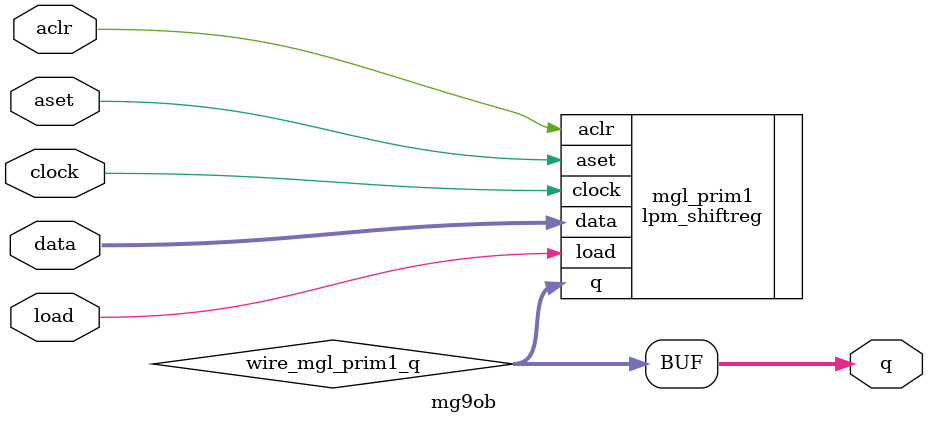
<source format=v>






//synthesis_resources = lpm_shiftreg 1 
//synopsys translate_off
`timescale 1 ps / 1 ps
//synopsys translate_on
module  mg9ob
	( 
	aclr,
	aset,
	clock,
	data,
	load,
	q) /* synthesis synthesis_clearbox=1 */;
	input   aclr;
	input   aset;
	input   clock;
	input   [7:0]  data;
	input   load;
	output   [7:0]  q;

	wire  [7:0]   wire_mgl_prim1_q;

	lpm_shiftreg   mgl_prim1
	( 
	.aclr(aclr),
	.aset(aset),
	.clock(clock),
	.data(data),
	.load(load),
	.q(wire_mgl_prim1_q));
	defparam
		mgl_prim1.lpm_direction = "RIGHT",
		mgl_prim1.lpm_type = "LPM_SHIFTREG",
		mgl_prim1.lpm_width = 8;
	assign
		q = wire_mgl_prim1_q;
endmodule //mg9ob
//VALID FILE

</source>
